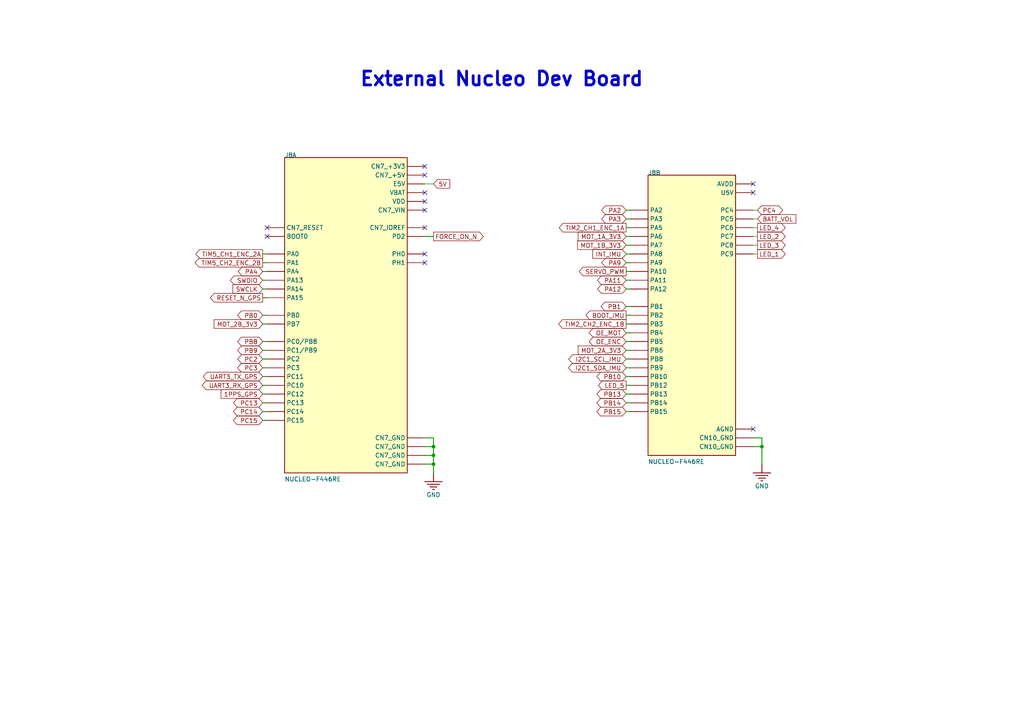
<source format=kicad_sch>
(kicad_sch (version 20230121) (generator eeschema)
  (paper "A4")
  (lib_symbols
    (symbol "Nucleo-altium-import:GND" (power)
      (property "Reference" "#PWR" (at 0 0 0))
      (property "Value" "GND" (at 0 6.35 0))
      (symbol "GND_0_0"
        (polyline (pts (xy -2.54 -2.54) (xy 2.54 -2.54)) (stroke (width 0.254)))
        (polyline (pts (xy -1.778 -3.302) (xy 1.778 -3.302)) (stroke (width 0.254)))
        (polyline (pts (xy -1.016 -4.064) (xy 1.016 -4.064)) (stroke (width 0.254)))
        (polyline (pts (xy -0.254 -4.826) (xy 0.254 -4.826)) (stroke (width 0.254)))
        (polyline (pts (xy 0 0) (xy 0 -2.54)) (stroke (width 0.254)))
        (pin power_in line (at 0 0 0) (length 0) hide (name "GND") (number ""))
      )
    )
    (symbol "Nucleo-altium-import:root_0_NUCLEO-F446RE"
      (symbol "root_0_NUCLEO-F446RE_1_0"
        (rectangle (start 17.78 40.64) (end -17.78 -50.8) (stroke (width 0.254)) (fill (type background)))
        (pin bidirectional line (at -22.86 -25.4 0) (length 5.08) (name "PC10") (number "CN7_1"))
        (pin bidirectional line (at 22.86 20.32 180) (length 5.08) (name "CN7_IOREF") (number "CN7_12"))
        (pin bidirectional line (at -22.86 5.08 0) (length 5.08) (name "PA13") (number "CN7_13"))
        (pin bidirectional line (at -22.86 20.32 0) (length 5.08) (name "CN7_RESET") (number "CN7_14"))
        (pin bidirectional line (at -22.86 2.54 0) (length 5.08) (name "PA14") (number "CN7_15"))
        (pin power_in line (at 22.86 38.1 180) (length 5.08) (name "CN7_+3V3") (number "CN7_16"))
        (pin bidirectional line (at -22.86 0 0) (length 5.08) (name "PA15") (number "CN7_17"))
        (pin power_in line (at 22.86 35.56 180) (length 5.08) (name "CN7_+5V") (number "CN7_18"))
        (pin power_in line (at 22.86 -43.18 180) (length 5.08) (name "CN7_GND") (number "CN7_19"))
        (pin bidirectional line (at -22.86 -22.86 0) (length 5.08) (name "PC11") (number "CN7_2"))
        (pin power_in line (at 22.86 -45.72 180) (length 5.08) (name "CN7_GND") (number "CN7_20"))
        (pin bidirectional line (at -22.86 -7.62 0) (length 5.08) (name "PB7") (number "CN7_21"))
        (pin power_in line (at 22.86 -48.26 180) (length 5.08) (name "CN7_GND") (number "CN7_22"))
        (pin bidirectional line (at -22.86 -30.48 0) (length 5.08) (name "PC13") (number "CN7_23"))
        (pin power_in line (at 22.86 25.4 180) (length 5.08) (name "CN7_VIN") (number "CN7_24"))
        (pin bidirectional line (at -22.86 -33.02 0) (length 5.08) (name "PC14") (number "CN7_25"))
        (pin bidirectional line (at -22.86 -35.56 0) (length 5.08) (name "PC15") (number "CN7_27"))
        (pin bidirectional line (at -22.86 12.7 0) (length 5.08) (name "PA0") (number "CN7_28"))
        (pin bidirectional line (at 22.86 12.7 180) (length 5.08) (name "PH0") (number "CN7_29"))
        (pin bidirectional line (at -22.86 -27.94 0) (length 5.08) (name "PC12") (number "CN7_3"))
        (pin bidirectional line (at -22.86 10.16 0) (length 5.08) (name "PA1") (number "CN7_30"))
        (pin bidirectional line (at 22.86 10.16 180) (length 5.08) (name "PH1") (number "CN7_31"))
        (pin bidirectional line (at -22.86 7.62 0) (length 5.08) (name "PA4") (number "CN7_32"))
        (pin power_in line (at 22.86 30.48 180) (length 5.08) (name "VBAT") (number "CN7_33"))
        (pin bidirectional line (at -22.86 -5.08 0) (length 5.08) (name "PB0") (number "CN7_34"))
        (pin bidirectional line (at -22.86 -17.78 0) (length 5.08) (name "PC2") (number "CN7_35"))
        (pin bidirectional line (at -22.86 -15.24 0) (length 5.08) (name "PC1/PB9") (number "CN7_36"))
        (pin bidirectional line (at -22.86 -20.32 0) (length 5.08) (name "PC3") (number "CN7_37"))
        (pin bidirectional line (at -22.86 -12.7 0) (length 5.08) (name "PC0/PB8") (number "CN7_38"))
        (pin bidirectional line (at 22.86 17.78 180) (length 5.08) (name "PD2") (number "CN7_4"))
        (pin power_in line (at 22.86 27.94 180) (length 5.08) (name "VDD") (number "CN7_5"))
        (pin power_in line (at 22.86 33.02 180) (length 5.08) (name "E5V") (number "CN7_6"))
        (pin bidirectional line (at -22.86 17.78 0) (length 5.08) (name "BOOT0") (number "CN7_7"))
        (pin power_in line (at 22.86 -40.64 180) (length 5.08) (name "CN7_GND") (number "CN7_8"))
      )
      (symbol "root_0_NUCLEO-F446RE_2_0"
        (rectangle (start 12.7 38.1) (end -12.7 -43.18) (stroke (width 0.254)) (fill (type background)))
        (pin bidirectional line (at 17.78 15.24 180) (length 5.08) (name "PC9") (number "CN10_1"))
        (pin bidirectional line (at -17.78 22.86 0) (length 5.08) (name "PA5") (number "CN10_11"))
        (pin bidirectional line (at -17.78 5.08 0) (length 5.08) (name "PA12") (number "CN10_12"))
        (pin bidirectional line (at -17.78 20.32 0) (length 5.08) (name "PA6") (number "CN10_13"))
        (pin bidirectional line (at -17.78 7.62 0) (length 5.08) (name "PA11") (number "CN10_14"))
        (pin bidirectional line (at -17.78 17.78 0) (length 5.08) (name "PA7") (number "CN10_15"))
        (pin bidirectional line (at -17.78 -22.86 0) (length 5.08) (name "PB12") (number "CN10_16"))
        (pin bidirectional line (at -17.78 -12.7 0) (length 5.08) (name "PB6") (number "CN10_17"))
        (pin bidirectional line (at 17.78 20.32 180) (length 5.08) (name "PC7") (number "CN10_19"))
        (pin bidirectional line (at 17.78 17.78 180) (length 5.08) (name "PC8") (number "CN10_2"))
        (pin power_in line (at 17.78 -40.64 180) (length 5.08) (name "CN10_GND") (number "CN10_20"))
        (pin bidirectional line (at -17.78 12.7 0) (length 5.08) (name "PA9") (number "CN10_21"))
        (pin bidirectional line (at -17.78 -2.54 0) (length 5.08) (name "PB2") (number "CN10_22"))
        (pin bidirectional line (at -17.78 15.24 0) (length 5.08) (name "PA8") (number "CN10_23"))
        (pin bidirectional line (at -17.78 0 0) (length 5.08) (name "PB1") (number "CN10_24"))
        (pin bidirectional line (at -17.78 -20.32 0) (length 5.08) (name "PB10") (number "CN10_25"))
        (pin bidirectional line (at -17.78 -30.48 0) (length 5.08) (name "PB15") (number "CN10_26"))
        (pin bidirectional line (at -17.78 -7.62 0) (length 5.08) (name "PB4") (number "CN10_27"))
        (pin bidirectional line (at -17.78 -27.94 0) (length 5.08) (name "PB14") (number "CN10_28"))
        (pin bidirectional line (at -17.78 -10.16 0) (length 5.08) (name "PB5") (number "CN10_29"))
        (pin bidirectional line (at -17.78 -15.24 0) (length 5.08) (name "PB8") (number "CN10_3"))
        (pin bidirectional line (at -17.78 -25.4 0) (length 5.08) (name "PB13") (number "CN10_30"))
        (pin bidirectional line (at -17.78 -5.08 0) (length 5.08) (name "PB3") (number "CN10_31"))
        (pin power_in line (at 17.78 -35.56 180) (length 5.08) (name "AGND") (number "CN10_32"))
        (pin bidirectional line (at -17.78 10.16 0) (length 5.08) (name "PA10") (number "CN10_33"))
        (pin bidirectional line (at 17.78 27.94 180) (length 5.08) (name "PC4") (number "CN10_34"))
        (pin bidirectional line (at -17.78 27.94 0) (length 5.08) (name "PA2") (number "CN10_35"))
        (pin bidirectional line (at -17.78 25.4 0) (length 5.08) (name "PA3") (number "CN10_37"))
        (pin bidirectional line (at 17.78 22.86 180) (length 5.08) (name "PC6") (number "CN10_4"))
        (pin bidirectional line (at -17.78 -17.78 0) (length 5.08) (name "PB9") (number "CN10_5"))
        (pin bidirectional line (at 17.78 25.4 180) (length 5.08) (name "PC5") (number "CN10_6"))
        (pin power_in line (at 17.78 35.56 180) (length 5.08) (name "AVDD") (number "CN10_7"))
        (pin power_in line (at 17.78 33.02 180) (length 5.08) (name "U5V") (number "CN10_8"))
        (pin power_in line (at 17.78 -38.1 180) (length 5.08) (name "CN10_GND") (number "CN10_9"))
      )
      (symbol "root_0_NUCLEO-F446RE_3_0"
        (rectangle (start 15.24 10.16) (end -15.24 -15.24) (stroke (width 0.254)) (fill (type background)))
        (pin bidirectional line (at -20.32 -5.08 0) (length 5.08) (name "CN6_IOREF") (number "CN6_2"))
        (pin bidirectional line (at -20.32 -2.54 0) (length 5.08) (name "CN6_RESET") (number "CN6_3"))
        (pin power_in line (at 20.32 2.54 180) (length 5.08) (name "CN6_+3V3") (number "CN6_4"))
        (pin power_in line (at 20.32 5.08 180) (length 5.08) (name "CN6_+5V") (number "CN6_5"))
        (pin power_in line (at 20.32 -10.16 180) (length 5.08) (name "CN6_GND") (number "CN6_6"))
        (pin power_in line (at 20.32 -12.7 180) (length 5.08) (name "CN6_GND") (number "CN6_7"))
        (pin power_in line (at 20.32 7.62 180) (length 5.08) (name "CN6_VIN") (number "CN6_8"))
      )
      (symbol "root_0_NUCLEO-F446RE_4_0"
        (rectangle (start 5.08 12.7) (end -5.08 -12.7) (stroke (width 0.254)) (fill (type background)))
        (pin input line (at -10.16 10.16 0) (length 5.08) (name "D0") (number "CN9_1"))
        (pin output line (at -10.16 7.62 0) (length 5.08) (name "D1") (number "CN9_2"))
        (pin bidirectional line (at -10.16 2.54 0) (length 5.08) (name "D2") (number "CN9_3"))
        (pin bidirectional line (at -10.16 0 0) (length 5.08) (name "D3") (number "CN9_4"))
        (pin bidirectional line (at -10.16 -2.54 0) (length 5.08) (name "D4") (number "CN9_5"))
        (pin bidirectional line (at -10.16 -5.08 0) (length 5.08) (name "D5") (number "CN9_6"))
        (pin bidirectional line (at -10.16 -7.62 0) (length 5.08) (name "D6") (number "CN9_7"))
        (pin bidirectional line (at -10.16 -10.16 0) (length 5.08) (name "D7") (number "CN9_8"))
      )
      (symbol "root_0_NUCLEO-F446RE_5_0"
        (rectangle (start 5.08 7.62) (end -5.08 -10.16) (stroke (width 0.254)) (fill (type background)))
        (pin input line (at -10.16 5.08 0) (length 5.08) (name "A0") (number "CN8_1"))
        (pin input line (at -10.16 2.54 0) (length 5.08) (name "A1") (number "CN8_2"))
        (pin input line (at -10.16 0 0) (length 5.08) (name "A2") (number "CN8_3"))
        (pin input line (at -10.16 -2.54 0) (length 5.08) (name "A3") (number "CN8_4"))
        (pin input line (at -10.16 -5.08 0) (length 5.08) (name "A4") (number "CN8_5"))
        (pin input line (at -10.16 -7.62 0) (length 5.08) (name "A5") (number "CN8_6"))
      )
      (symbol "root_0_NUCLEO-F446RE_6_0"
        (rectangle (start 10.16 15.24) (end -10.16 -17.78) (stroke (width 0.254)) (fill (type background)))
        (pin bidirectional line (at -15.24 7.62 0) (length 5.08) (name "D8") (number "CN5_1"))
        (pin bidirectional clock (at -15.24 -10.16 0) (length 5.08) (name "D15") (number "CN5_10"))
        (pin bidirectional line (at -15.24 5.08 0) (length 5.08) (name "D9") (number "CN5_2"))
        (pin bidirectional line (at -15.24 2.54 0) (length 5.08) (name "D10") (number "CN5_3"))
        (pin bidirectional line (at -15.24 0 0) (length 5.08) (name "D11") (number "CN5_4"))
        (pin bidirectional line (at -15.24 -2.54 0) (length 5.08) (name "D12") (number "CN5_5"))
        (pin bidirectional clock (at -15.24 -5.08 0) (length 5.08) (name "D13") (number "CN5_6"))
        (pin power_in line (at 15.24 -15.24 180) (length 5.08) (name "CN5_GND") (number "CN5_7"))
        (pin power_in line (at 15.24 12.7 180) (length 5.08) (name "AREF") (number "CN5_8"))
        (pin bidirectional line (at -15.24 -7.62 0) (length 5.08) (name "D14") (number "CN5_9"))
      )
    )
  )
  (junction (at 220.98 129.54))
  (junction (at 125.73 129.54))
  (junction (at 125.73 132.08))
  (junction (at 125.73 134.62))
  (no_connect (at 218.44 124.46))
  (no_connect (at 123.19 55.88))
  (no_connect (at 123.19 73.66))
  (no_connect (at 123.19 48.26))
  (no_connect (at 77.47 66.04))
  (no_connect (at 123.19 50.8))
  (no_connect (at 123.19 76.2))
  (no_connect (at 218.44 53.34))
  (no_connect (at 123.19 60.96))
  (no_connect (at 77.47 68.58))
  (no_connect (at 123.19 58.42))
  (no_connect (at 123.19 66.04))
  (no_connect (at 218.44 55.88))
  (wire (pts (xy 181.61 68.58) (xy 182.88 68.58)) (stroke (width 0.254)))
  (wire (pts (xy 181.61 76.2) (xy 182.88 76.2)) (stroke (width 0.254)))
  (wire (pts (xy 76.2 91.44) (xy 77.47 91.44)) (stroke (width 0.254)))
  (wire (pts (xy 76.2 83.82) (xy 77.47 83.82)) (stroke (width 0.254)))
  (wire (pts (xy 218.44 63.5) (xy 219.71 63.5)))
  (wire (pts (xy 181.61 63.5) (xy 182.88 63.5)) (stroke (width 0.254)))
  (wire (pts (xy 77.47 73.66) (xy 76.2 73.66)) (stroke (width 0.254)))
  (wire (pts (xy 76.2 93.98) (xy 77.47 93.98)) (stroke (width 0.254)))
  (wire (pts (xy 76.2 76.2) (xy 77.47 76.2)) (stroke (width 0.254)))
  (wire (pts (xy 181.61 101.6) (xy 182.88 101.6)) (stroke (width 0.254)))
  (wire (pts (xy 218.44 71.12) (xy 219.71 71.12)))
  (wire (pts (xy 181.61 114.3) (xy 182.88 114.3)) (stroke (width 0.254)))
  (wire (pts (xy 123.19 68.58) (xy 125.73 68.58)) (stroke (width 0.254)))
  (wire (pts (xy 218.44 129.54) (xy 220.98 129.54)) (stroke (width 0.254)))
  (wire (pts (xy 125.73 129.54) (xy 125.73 132.08)) (stroke (width 0.254)))
  (wire (pts (xy 182.88 99.06) (xy 181.61 99.06)) (stroke (width 0.254)))
  (wire (pts (xy 76.2 106.68) (xy 77.47 106.68)) (stroke (width 0.254)))
  (wire (pts (xy 123.19 53.34) (xy 125.73 53.34)))
  (wire (pts (xy 220.98 127) (xy 218.44 127)) (stroke (width 0.254)))
  (wire (pts (xy 76.2 101.6) (xy 77.47 101.6)) (stroke (width 0.254)))
  (wire (pts (xy 181.61 83.82) (xy 182.88 83.82)) (stroke (width 0.254)))
  (wire (pts (xy 181.61 93.98) (xy 182.88 93.98)) (stroke (width 0.254)))
  (wire (pts (xy 123.19 129.54) (xy 125.73 129.54)) (stroke (width 0.254)))
  (wire (pts (xy 181.61 78.74) (xy 182.88 78.74)) (stroke (width 0.254)))
  (wire (pts (xy 76.2 114.3) (xy 77.47 114.3)) (stroke (width 0.254)))
  (wire (pts (xy 218.44 73.66) (xy 219.71 73.66)))
  (wire (pts (xy 125.73 127) (xy 125.73 129.54)) (stroke (width 0.254)))
  (wire (pts (xy 182.88 66.04) (xy 181.61 66.04)) (stroke (width 0.254)))
  (wire (pts (xy 125.73 134.62) (xy 123.19 134.62)) (stroke (width 0.254)))
  (wire (pts (xy 181.61 81.28) (xy 182.88 81.28)) (stroke (width 0.254)))
  (wire (pts (xy 181.61 111.76) (xy 182.88 111.76)) (stroke (width 0.254)))
  (wire (pts (xy 181.61 88.9) (xy 182.88 88.9)) (stroke (width 0.254)))
  (wire (pts (xy 181.61 106.68) (xy 182.88 106.68)) (stroke (width 0.254)))
  (wire (pts (xy 123.19 127) (xy 125.73 127)) (stroke (width 0.254)))
  (wire (pts (xy 181.61 104.14) (xy 182.88 104.14)) (stroke (width 0.254)))
  (wire (pts (xy 76.2 81.28) (xy 77.47 81.28)) (stroke (width 0.254)))
  (wire (pts (xy 181.61 91.44) (xy 182.88 91.44)) (stroke (width 0.254)))
  (wire (pts (xy 220.98 129.54) (xy 220.98 134.62)) (stroke (width 0.254)))
  (wire (pts (xy 125.73 132.08) (xy 125.73 134.62)) (stroke (width 0.254)))
  (wire (pts (xy 123.19 132.08) (xy 125.73 132.08)) (stroke (width 0.254)))
  (wire (pts (xy 181.61 119.38) (xy 182.88 119.38)) (stroke (width 0.254)))
  (wire (pts (xy 218.44 66.04) (xy 219.71 66.04)))
  (wire (pts (xy 125.73 134.62) (xy 125.73 137.16)) (stroke (width 0.254)))
  (wire (pts (xy 76.2 104.14) (xy 77.47 104.14)) (stroke (width 0.254)))
  (wire (pts (xy 218.44 60.96) (xy 219.71 60.96)))
  (wire (pts (xy 181.61 71.12) (xy 182.88 71.12)) (stroke (width 0.254)))
  (wire (pts (xy 76.2 119.38) (xy 77.47 119.38)) (stroke (width 0.254)))
  (wire (pts (xy 218.44 68.58) (xy 219.71 68.58)))
  (wire (pts (xy 76.2 78.74) (xy 77.47 78.74)) (stroke (width 0.254)))
  (wire (pts (xy 77.47 86.36) (xy 76.2 86.36)) (stroke (width 0.254)))
  (wire (pts (xy 182.88 96.52) (xy 181.61 96.52)) (stroke (width 0.254)))
  (wire (pts (xy 76.2 99.06) (xy 77.47 99.06)) (stroke (width 0.254)))
  (wire (pts (xy 181.61 116.84) (xy 182.88 116.84)) (stroke (width 0.254)))
  (wire (pts (xy 181.61 73.66) (xy 182.88 73.66)) (stroke (width 0.254)))
  (wire (pts (xy 181.61 109.22) (xy 182.88 109.22)) (stroke (width 0.254)))
  (wire (pts (xy 76.2 111.76) (xy 77.47 111.76)) (stroke (width 0.254)))
  (wire (pts (xy 181.61 60.96) (xy 182.88 60.96)) (stroke (width 0.254)))
  (wire (pts (xy 76.2 121.92) (xy 77.47 121.92)) (stroke (width 0.254)))
  (wire (pts (xy 76.2 116.84) (xy 77.47 116.84)) (stroke (width 0.254)))
  (wire (pts (xy 77.47 109.22) (xy 76.2 109.22)) (stroke (width 0.254)))
  (wire (pts (xy 220.98 129.54) (xy 220.98 127)) (stroke (width 0.254)))
  (text "External Nucleo Dev Board" (at 104.14 25.4 0) (effects (font (size 4 4) (thickness 0.8) bold) (justify left bottom)))
  (label "" (at 181.61 76.2 180))
  (label "" (at 76.2 86.36 180))
  (global_label "LED_1" (shape output) (at 219.71 73.66 0) (property "Intersheetrefs" "${INTERSHEET_REFS}" (effects hide)))
  (global_label "PC15" (shape bidirectional) (at 76.2 121.92 180) (property "Intersheetrefs" "${INTERSHEET_REFS}" (effects hide)))
  (global_label "PB14" (shape bidirectional) (at 181.61 116.84 180) (property "Intersheetrefs" "${INTERSHEET_REFS}" (effects hide)))
  (global_label "TIM5_CH1_ENC_2A" (shape output) (at 76.2 73.66 180) (property "Intersheetrefs" "${INTERSHEET_REFS}" (effects hide)))
  (global_label "LED_3" (shape output) (at 219.71 71.12 0) (property "Intersheetrefs" "${INTERSHEET_REFS}" (effects hide)))
  (global_label "PC4" (shape bidirectional) (at 219.71 60.96 0) (property "Intersheetrefs" "${INTERSHEET_REFS}" (effects hide)))
  (global_label "PC3" (shape bidirectional) (at 76.2 106.68 180) (property "Intersheetrefs" "${INTERSHEET_REFS}" (effects hide)))
  (global_label "5V" (shape input) (at 125.73 53.34 0) (property "Intersheetrefs" "${INTERSHEET_REFS}" (effects hide)))
  (global_label "SERVO_PWM" (shape output) (at 181.61 78.74 180) (property "Intersheetrefs" "${INTERSHEET_REFS}" (effects hide)))
  (global_label "PA4" (shape bidirectional) (at 76.2 78.74 180) (property "Intersheetrefs" "${INTERSHEET_REFS}" (effects hide)))
  (global_label "PA9" (shape bidirectional) (at 181.61 76.2 180) (property "Intersheetrefs" "${INTERSHEET_REFS}" (effects hide)))
  (global_label "RESET_N_GPS" (shape output) (at 76.2 86.36 180) (property "Intersheetrefs" "${INTERSHEET_REFS}" (effects hide)))
  (global_label "MOT_1B_3V3" (shape input) (at 181.61 71.12 180) (property "Intersheetrefs" "${INTERSHEET_REFS}" (effects hide)))
  (global_label "TIM5_CH2_ENC_2B" (shape output) (at 76.2 76.2 180) (property "Intersheetrefs" "${INTERSHEET_REFS}" (effects hide)))
  (global_label "PB1" (shape bidirectional) (at 181.61 88.9 180) (property "Intersheetrefs" "${INTERSHEET_REFS}" (effects hide)))
  (global_label "PB9" (shape bidirectional) (at 76.2 101.6 180) (property "Intersheetrefs" "${INTERSHEET_REFS}" (effects hide)))
  (global_label "PC14" (shape bidirectional) (at 76.2 119.38 180) (property "Intersheetrefs" "${INTERSHEET_REFS}" (effects hide)))
  (global_label "MOT_2A_3V3" (shape input) (at 181.61 101.6 180) (property "Intersheetrefs" "${INTERSHEET_REFS}" (effects hide)))
  (global_label "OE_ENC" (shape tri_state) (at 181.61 99.06 180) (property "Intersheetrefs" "${INTERSHEET_REFS}" (effects hide)))
  (global_label "1PPS_GPS" (shape input) (at 76.2 114.3 180) (property "Intersheetrefs" "${INTERSHEET_REFS}" (effects hide)))
  (global_label "BATT_VOL" (shape input) (at 219.71 63.5 0) (property "Intersheetrefs" "${INTERSHEET_REFS}" (effects hide)))
  (global_label "PB10" (shape bidirectional) (at 181.61 109.22 180) (property "Intersheetrefs" "${INTERSHEET_REFS}" (effects hide)))
  (global_label "MOT_2B_3V3" (shape input) (at 76.2 93.98 180) (property "Intersheetrefs" "${INTERSHEET_REFS}" (effects hide)))
  (global_label "PA3" (shape bidirectional) (at 181.61 63.5 180) (property "Intersheetrefs" "${INTERSHEET_REFS}" (effects hide)))
  (global_label "UART3_TX_GPS" (shape bidirectional) (at 76.2 109.22 180) (property "Intersheetrefs" "${INTERSHEET_REFS}" (effects hide)))
  (global_label "PB8" (shape bidirectional) (at 76.2 99.06 180) (property "Intersheetrefs" "${INTERSHEET_REFS}" (effects hide)))
  (global_label "I2C1_SCL_IMU" (shape bidirectional) (at 181.61 104.14 180) (property "Intersheetrefs" "${INTERSHEET_REFS}" (effects hide)))
  (global_label "SWCLK" (shape input) (at 76.2 83.82 180) (property "Intersheetrefs" "${INTERSHEET_REFS}" (effects hide)))
  (global_label "PA11" (shape bidirectional) (at 181.61 81.28 180) (property "Intersheetrefs" "${INTERSHEET_REFS}" (effects hide)))
  (global_label "TIM2_CH2_ENC_1B" (shape output) (at 181.61 93.98 180) (property "Intersheetrefs" "${INTERSHEET_REFS}" (effects hide)))
  (global_label "OE_MOT" (shape tri_state) (at 181.61 96.52 180) (property "Intersheetrefs" "${INTERSHEET_REFS}" (effects hide)))
  (global_label "FORCE_ON_N" (shape output) (at 125.73 68.58 0) (property "Intersheetrefs" "${INTERSHEET_REFS}" (effects hide)))
  (global_label "PB15" (shape bidirectional) (at 181.61 119.38 180) (property "Intersheetrefs" "${INTERSHEET_REFS}" (effects hide)))
  (global_label "PA12" (shape bidirectional) (at 181.61 83.82 180) (property "Intersheetrefs" "${INTERSHEET_REFS}" (effects hide)))
  (global_label "SWDIO" (shape bidirectional) (at 76.2 81.28 180) (property "Intersheetrefs" "${INTERSHEET_REFS}" (effects hide)))
  (global_label "INT_IMU" (shape input) (at 181.61 73.66 180) (property "Intersheetrefs" "${INTERSHEET_REFS}" (effects hide)))
  (global_label "LED_2" (shape output) (at 219.71 68.58 0) (property "Intersheetrefs" "${INTERSHEET_REFS}" (effects hide)))
  (global_label "I2C1_SDA_IMU" (shape bidirectional) (at 181.61 106.68 180) (property "Intersheetrefs" "${INTERSHEET_REFS}" (effects hide)))
  (global_label "BOOT_IMU" (shape output) (at 181.61 91.44 180) (property "Intersheetrefs" "${INTERSHEET_REFS}" (effects hide)))
  (global_label "PA2" (shape bidirectional) (at 181.61 60.96 180) (property "Intersheetrefs" "${INTERSHEET_REFS}" (effects hide)))
  (global_label "UART3_RX_GPS" (shape bidirectional) (at 76.2 111.76 180) (property "Intersheetrefs" "${INTERSHEET_REFS}" (effects hide)))
  (global_label "LED_4" (shape output) (at 219.71 66.04 0) (property "Intersheetrefs" "${INTERSHEET_REFS}" (effects hide)))
  (global_label "PB0" (shape bidirectional) (at 76.2 91.44 180) (property "Intersheetrefs" "${INTERSHEET_REFS}" (effects hide)))
  (global_label "PC13" (shape bidirectional) (at 76.2 116.84 180) (property "Intersheetrefs" "${INTERSHEET_REFS}" (effects hide)))
  (global_label "MOT_1A_3V3" (shape input) (at 181.61 68.58 180) (property "Intersheetrefs" "${INTERSHEET_REFS}" (effects hide)))
  (global_label "PB13" (shape bidirectional) (at 181.61 114.3 180) (property "Intersheetrefs" "${INTERSHEET_REFS}" (effects hide)))
  (global_label "LED_5" (shape output) (at 181.61 111.76 180) (property "Intersheetrefs" "${INTERSHEET_REFS}" (effects hide)))
  (global_label "TIM2_CH1_ENC_1A" (shape output) (at 181.61 66.04 180) (property "Intersheetrefs" "${INTERSHEET_REFS}" (effects hide)))
  (global_label "PC2" (shape bidirectional) (at 76.2 104.14 180) (property "Intersheetrefs" "${INTERSHEET_REFS}" (effects hide)))
  (symbol (lib_id "Nucleo-altium-import:GND") (at 220.98 134.62 0) (unit 1)
    (property "Reference" "#PWR0165" (effects hide))
    (property "Value" "GND" (at 220.98 140.97 0))
    (instances (project "Minibot_V1" (path "" (reference "#PWR0165") (unit 1))) (project "Nucleo" (path "" (reference "#PWR?") (unit 1))))
  )
  (symbol (lib_id "Nucleo-altium-import:root_0_NUCLEO-F446RE") (at 100.33 86.36 0) (unit 1)
    (property "Reference" "J8" (at 82.55 45.72 0) (effects (justify left bottom)))
    (property "Value" "NUCLEO-F446RE" (at 82.55 139.7 0) (effects (justify left bottom)))
    (property "Footprint" "C:_Users_mushe_Documents_GitHub_swarm_crawler_Minibot_V1_swarm_crawler_pcb.PcbLib_MODULE_NUCLEO-F446RE" (effects hide))
    (property "PRICE" "None" (effects hide))
    (property "MP" "NUCLEO-F446RE" (effects hide))
    (property "AVAILABILITY" "Unavailable" (effects hide))
    (property "ALTIUM_VALUE" "*" (effects hide))
    (property "PACKAGE" "None" (effects hide))
  )
  (symbol (lib_id "Nucleo-altium-import:GND") (at 125.73 137.16 0) (unit 1)
    (property "Reference" "#PWR0164" (effects hide))
    (property "Value" "GND" (at 125.73 143.51 0))
    (instances (project "Minibot_V1" (path "" (reference "#PWR0164") (unit 1))) (project "Nucleo" (path "" (reference "#PWR?") (unit 1))))
  )
  (symbol (lib_id "Nucleo-altium-import:root_0_NUCLEO-F446RE") (at 200.66 88.9 0) (unit 2)
    (property "Reference" "J8" (at 187.96 50.8 0) (effects (justify left bottom)))
    (property "Value" "NUCLEO-F446RE" (at 187.96 134.62 0) (effects (justify left bottom)))
    (property "Footprint" "C:_Users_mushe_Documents_GitHub_swarm_crawler_Minibot_V1_swarm_crawler_pcb.PcbLib_MODULE_NUCLEO-F446RE" (effects hide))
    (property "PRICE" "None" (effects hide))
    (property "MP" "NUCLEO-F446RE" (effects hide))
    (property "AVAILABILITY" "Unavailable" (effects hide))
    (property "ALTIUM_VALUE" "*" (effects hide))
    (property "PACKAGE" "None" (effects hide))
  )
)
</source>
